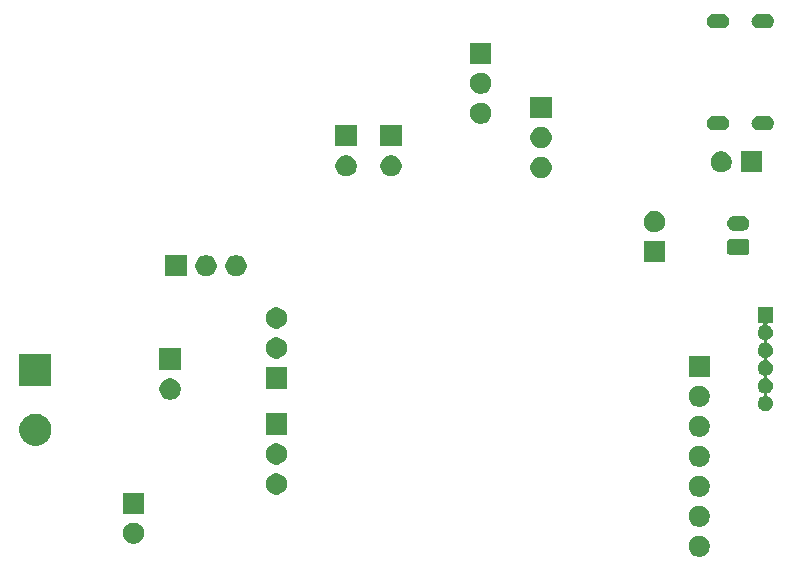
<source format=gbs>
G04 #@! TF.GenerationSoftware,KiCad,Pcbnew,(5.1.5-0)*
G04 #@! TF.CreationDate,2022-02-20T15:53:08-07:00*
G04 #@! TF.ProjectId,cs5530,63733535-3330-42e6-9b69-6361645f7063,rev?*
G04 #@! TF.SameCoordinates,Original*
G04 #@! TF.FileFunction,Soldermask,Bot*
G04 #@! TF.FilePolarity,Negative*
%FSLAX46Y46*%
G04 Gerber Fmt 4.6, Leading zero omitted, Abs format (unit mm)*
G04 Created by KiCad (PCBNEW (5.1.5-0)) date 2022-02-20 15:53:08*
%MOMM*%
%LPD*%
G04 APERTURE LIST*
%ADD10C,0.100000*%
G04 APERTURE END LIST*
D10*
G36*
X172013512Y-96243927D02*
G01*
X172162812Y-96273624D01*
X172326784Y-96341544D01*
X172474354Y-96440147D01*
X172599853Y-96565646D01*
X172698456Y-96713216D01*
X172766376Y-96877188D01*
X172801000Y-97051259D01*
X172801000Y-97228741D01*
X172766376Y-97402812D01*
X172698456Y-97566784D01*
X172599853Y-97714354D01*
X172474354Y-97839853D01*
X172326784Y-97938456D01*
X172162812Y-98006376D01*
X172013512Y-98036073D01*
X171988742Y-98041000D01*
X171811258Y-98041000D01*
X171786488Y-98036073D01*
X171637188Y-98006376D01*
X171473216Y-97938456D01*
X171325646Y-97839853D01*
X171200147Y-97714354D01*
X171101544Y-97566784D01*
X171033624Y-97402812D01*
X170999000Y-97228741D01*
X170999000Y-97051259D01*
X171033624Y-96877188D01*
X171101544Y-96713216D01*
X171200147Y-96565646D01*
X171325646Y-96440147D01*
X171473216Y-96341544D01*
X171637188Y-96273624D01*
X171786488Y-96243927D01*
X171811258Y-96239000D01*
X171988742Y-96239000D01*
X172013512Y-96243927D01*
G37*
G36*
X124113512Y-95143927D02*
G01*
X124262812Y-95173624D01*
X124426784Y-95241544D01*
X124574354Y-95340147D01*
X124699853Y-95465646D01*
X124798456Y-95613216D01*
X124866376Y-95777188D01*
X124901000Y-95951259D01*
X124901000Y-96128741D01*
X124866376Y-96302812D01*
X124798456Y-96466784D01*
X124699853Y-96614354D01*
X124574354Y-96739853D01*
X124426784Y-96838456D01*
X124262812Y-96906376D01*
X124113512Y-96936073D01*
X124088742Y-96941000D01*
X123911258Y-96941000D01*
X123886488Y-96936073D01*
X123737188Y-96906376D01*
X123573216Y-96838456D01*
X123425646Y-96739853D01*
X123300147Y-96614354D01*
X123201544Y-96466784D01*
X123133624Y-96302812D01*
X123099000Y-96128741D01*
X123099000Y-95951259D01*
X123133624Y-95777188D01*
X123201544Y-95613216D01*
X123300147Y-95465646D01*
X123425646Y-95340147D01*
X123573216Y-95241544D01*
X123737188Y-95173624D01*
X123886488Y-95143927D01*
X123911258Y-95139000D01*
X124088742Y-95139000D01*
X124113512Y-95143927D01*
G37*
G36*
X172013512Y-93703927D02*
G01*
X172162812Y-93733624D01*
X172326784Y-93801544D01*
X172474354Y-93900147D01*
X172599853Y-94025646D01*
X172698456Y-94173216D01*
X172766376Y-94337188D01*
X172801000Y-94511259D01*
X172801000Y-94688741D01*
X172766376Y-94862812D01*
X172698456Y-95026784D01*
X172599853Y-95174354D01*
X172474354Y-95299853D01*
X172326784Y-95398456D01*
X172162812Y-95466376D01*
X172013512Y-95496073D01*
X171988742Y-95501000D01*
X171811258Y-95501000D01*
X171786488Y-95496073D01*
X171637188Y-95466376D01*
X171473216Y-95398456D01*
X171325646Y-95299853D01*
X171200147Y-95174354D01*
X171101544Y-95026784D01*
X171033624Y-94862812D01*
X170999000Y-94688741D01*
X170999000Y-94511259D01*
X171033624Y-94337188D01*
X171101544Y-94173216D01*
X171200147Y-94025646D01*
X171325646Y-93900147D01*
X171473216Y-93801544D01*
X171637188Y-93733624D01*
X171786488Y-93703927D01*
X171811258Y-93699000D01*
X171988742Y-93699000D01*
X172013512Y-93703927D01*
G37*
G36*
X124901000Y-94401000D02*
G01*
X123099000Y-94401000D01*
X123099000Y-92599000D01*
X124901000Y-92599000D01*
X124901000Y-94401000D01*
G37*
G36*
X172013512Y-91163927D02*
G01*
X172162812Y-91193624D01*
X172326784Y-91261544D01*
X172474354Y-91360147D01*
X172599853Y-91485646D01*
X172698456Y-91633216D01*
X172766376Y-91797188D01*
X172796073Y-91946488D01*
X172800500Y-91968742D01*
X172801000Y-91971259D01*
X172801000Y-92148741D01*
X172766376Y-92322812D01*
X172698456Y-92486784D01*
X172599853Y-92634354D01*
X172474354Y-92759853D01*
X172326784Y-92858456D01*
X172162812Y-92926376D01*
X172013512Y-92956073D01*
X171988742Y-92961000D01*
X171811258Y-92961000D01*
X171786488Y-92956073D01*
X171637188Y-92926376D01*
X171473216Y-92858456D01*
X171325646Y-92759853D01*
X171200147Y-92634354D01*
X171101544Y-92486784D01*
X171033624Y-92322812D01*
X170999000Y-92148741D01*
X170999000Y-91971259D01*
X170999501Y-91968742D01*
X171003927Y-91946488D01*
X171033624Y-91797188D01*
X171101544Y-91633216D01*
X171200147Y-91485646D01*
X171325646Y-91360147D01*
X171473216Y-91261544D01*
X171637188Y-91193624D01*
X171786488Y-91163927D01*
X171811258Y-91159000D01*
X171988742Y-91159000D01*
X172013512Y-91163927D01*
G37*
G36*
X136213512Y-90983927D02*
G01*
X136362812Y-91013624D01*
X136526784Y-91081544D01*
X136674354Y-91180147D01*
X136799853Y-91305646D01*
X136898456Y-91453216D01*
X136966376Y-91617188D01*
X136996073Y-91766488D01*
X137001000Y-91791258D01*
X137001000Y-91968742D01*
X137000499Y-91971259D01*
X136966376Y-92142812D01*
X136898456Y-92306784D01*
X136799853Y-92454354D01*
X136674354Y-92579853D01*
X136526784Y-92678456D01*
X136362812Y-92746376D01*
X136213512Y-92776073D01*
X136188742Y-92781000D01*
X136011258Y-92781000D01*
X135986488Y-92776073D01*
X135837188Y-92746376D01*
X135673216Y-92678456D01*
X135525646Y-92579853D01*
X135400147Y-92454354D01*
X135301544Y-92306784D01*
X135233624Y-92142812D01*
X135199501Y-91971259D01*
X135199000Y-91968742D01*
X135199000Y-91791258D01*
X135203927Y-91766488D01*
X135233624Y-91617188D01*
X135301544Y-91453216D01*
X135400147Y-91305646D01*
X135525646Y-91180147D01*
X135673216Y-91081544D01*
X135837188Y-91013624D01*
X135986488Y-90983927D01*
X136011258Y-90979000D01*
X136188742Y-90979000D01*
X136213512Y-90983927D01*
G37*
G36*
X172013512Y-88623927D02*
G01*
X172162812Y-88653624D01*
X172326784Y-88721544D01*
X172474354Y-88820147D01*
X172599853Y-88945646D01*
X172698456Y-89093216D01*
X172766376Y-89257188D01*
X172796073Y-89406488D01*
X172800500Y-89428742D01*
X172801000Y-89431259D01*
X172801000Y-89608741D01*
X172766376Y-89782812D01*
X172698456Y-89946784D01*
X172599853Y-90094354D01*
X172474354Y-90219853D01*
X172326784Y-90318456D01*
X172162812Y-90386376D01*
X172013512Y-90416073D01*
X171988742Y-90421000D01*
X171811258Y-90421000D01*
X171786488Y-90416073D01*
X171637188Y-90386376D01*
X171473216Y-90318456D01*
X171325646Y-90219853D01*
X171200147Y-90094354D01*
X171101544Y-89946784D01*
X171033624Y-89782812D01*
X170999000Y-89608741D01*
X170999000Y-89431259D01*
X170999501Y-89428742D01*
X171003927Y-89406488D01*
X171033624Y-89257188D01*
X171101544Y-89093216D01*
X171200147Y-88945646D01*
X171325646Y-88820147D01*
X171473216Y-88721544D01*
X171637188Y-88653624D01*
X171786488Y-88623927D01*
X171811258Y-88619000D01*
X171988742Y-88619000D01*
X172013512Y-88623927D01*
G37*
G36*
X136213512Y-88443927D02*
G01*
X136362812Y-88473624D01*
X136526784Y-88541544D01*
X136674354Y-88640147D01*
X136799853Y-88765646D01*
X136898456Y-88913216D01*
X136966376Y-89077188D01*
X136996073Y-89226488D01*
X137001000Y-89251258D01*
X137001000Y-89428742D01*
X137000499Y-89431259D01*
X136966376Y-89602812D01*
X136898456Y-89766784D01*
X136799853Y-89914354D01*
X136674354Y-90039853D01*
X136526784Y-90138456D01*
X136362812Y-90206376D01*
X136213512Y-90236073D01*
X136188742Y-90241000D01*
X136011258Y-90241000D01*
X135986488Y-90236073D01*
X135837188Y-90206376D01*
X135673216Y-90138456D01*
X135525646Y-90039853D01*
X135400147Y-89914354D01*
X135301544Y-89766784D01*
X135233624Y-89602812D01*
X135199501Y-89431259D01*
X135199000Y-89428742D01*
X135199000Y-89251258D01*
X135203927Y-89226488D01*
X135233624Y-89077188D01*
X135301544Y-88913216D01*
X135400147Y-88765646D01*
X135525646Y-88640147D01*
X135673216Y-88541544D01*
X135837188Y-88473624D01*
X135986488Y-88443927D01*
X136011258Y-88439000D01*
X136188742Y-88439000D01*
X136213512Y-88443927D01*
G37*
G36*
X116094072Y-85980918D02*
G01*
X116339939Y-86082759D01*
X116561212Y-86230610D01*
X116749390Y-86418788D01*
X116897241Y-86640061D01*
X116999082Y-86885928D01*
X117051000Y-87146938D01*
X117051000Y-87413062D01*
X116999082Y-87674072D01*
X116897241Y-87919939D01*
X116749390Y-88141212D01*
X116561212Y-88329390D01*
X116339939Y-88477241D01*
X116339938Y-88477242D01*
X116339937Y-88477242D01*
X116094072Y-88579082D01*
X115833063Y-88631000D01*
X115566937Y-88631000D01*
X115305928Y-88579082D01*
X115060063Y-88477242D01*
X115060062Y-88477242D01*
X115060061Y-88477241D01*
X114838788Y-88329390D01*
X114650610Y-88141212D01*
X114502759Y-87919939D01*
X114400918Y-87674072D01*
X114349000Y-87413062D01*
X114349000Y-87146938D01*
X114400918Y-86885928D01*
X114502759Y-86640061D01*
X114650610Y-86418788D01*
X114838788Y-86230610D01*
X115060061Y-86082759D01*
X115305928Y-85980918D01*
X115566937Y-85929000D01*
X115833063Y-85929000D01*
X116094072Y-85980918D01*
G37*
G36*
X172007634Y-86082758D02*
G01*
X172162812Y-86113624D01*
X172326784Y-86181544D01*
X172474354Y-86280147D01*
X172599853Y-86405646D01*
X172698456Y-86553216D01*
X172766376Y-86717188D01*
X172801000Y-86891259D01*
X172801000Y-87068741D01*
X172766376Y-87242812D01*
X172698456Y-87406784D01*
X172599853Y-87554354D01*
X172474354Y-87679853D01*
X172326784Y-87778456D01*
X172162812Y-87846376D01*
X172013512Y-87876073D01*
X171988742Y-87881000D01*
X171811258Y-87881000D01*
X171786488Y-87876073D01*
X171637188Y-87846376D01*
X171473216Y-87778456D01*
X171325646Y-87679853D01*
X171200147Y-87554354D01*
X171101544Y-87406784D01*
X171033624Y-87242812D01*
X170999000Y-87068741D01*
X170999000Y-86891259D01*
X171033624Y-86717188D01*
X171101544Y-86553216D01*
X171200147Y-86405646D01*
X171325646Y-86280147D01*
X171473216Y-86181544D01*
X171637188Y-86113624D01*
X171792366Y-86082758D01*
X171811258Y-86079000D01*
X171988742Y-86079000D01*
X172007634Y-86082758D01*
G37*
G36*
X137001000Y-87701000D02*
G01*
X135199000Y-87701000D01*
X135199000Y-85899000D01*
X137001000Y-85899000D01*
X137001000Y-87701000D01*
G37*
G36*
X178155000Y-78205000D02*
G01*
X177799999Y-78205000D01*
X177775613Y-78207402D01*
X177752164Y-78214515D01*
X177730553Y-78226066D01*
X177711611Y-78241611D01*
X177696066Y-78260553D01*
X177684515Y-78282164D01*
X177677402Y-78305613D01*
X177675000Y-78329999D01*
X177677402Y-78354385D01*
X177684515Y-78377834D01*
X177696066Y-78399445D01*
X177711611Y-78418387D01*
X177730553Y-78433932D01*
X177752164Y-78445483D01*
X177810257Y-78469546D01*
X177810259Y-78469547D01*
X177917538Y-78541228D01*
X178008772Y-78632462D01*
X178080453Y-78739741D01*
X178080454Y-78739743D01*
X178129829Y-78858945D01*
X178155000Y-78985487D01*
X178155000Y-79114513D01*
X178129829Y-79241055D01*
X178080454Y-79360257D01*
X178080453Y-79360259D01*
X178008772Y-79467538D01*
X177917538Y-79558772D01*
X177810259Y-79630453D01*
X177810258Y-79630454D01*
X177810257Y-79630454D01*
X177679740Y-79684516D01*
X177658129Y-79696067D01*
X177639187Y-79711612D01*
X177623642Y-79730554D01*
X177612091Y-79752165D01*
X177604978Y-79775614D01*
X177602576Y-79800000D01*
X177604978Y-79824386D01*
X177612091Y-79847835D01*
X177623642Y-79869446D01*
X177639187Y-79888388D01*
X177658129Y-79903933D01*
X177679740Y-79915484D01*
X177810257Y-79969546D01*
X177810259Y-79969547D01*
X177917538Y-80041228D01*
X178008772Y-80132462D01*
X178080453Y-80239741D01*
X178080454Y-80239743D01*
X178129829Y-80358945D01*
X178155000Y-80485487D01*
X178155000Y-80614513D01*
X178129829Y-80741055D01*
X178110888Y-80786782D01*
X178080453Y-80860259D01*
X178008772Y-80967538D01*
X177917538Y-81058772D01*
X177810259Y-81130453D01*
X177810258Y-81130454D01*
X177810257Y-81130454D01*
X177679740Y-81184516D01*
X177658129Y-81196067D01*
X177639187Y-81211612D01*
X177623642Y-81230554D01*
X177612091Y-81252165D01*
X177604978Y-81275614D01*
X177602576Y-81300000D01*
X177604978Y-81324386D01*
X177612091Y-81347835D01*
X177623642Y-81369446D01*
X177639187Y-81388388D01*
X177658129Y-81403933D01*
X177679740Y-81415484D01*
X177810257Y-81469546D01*
X177810259Y-81469547D01*
X177917538Y-81541228D01*
X178008772Y-81632462D01*
X178080453Y-81739741D01*
X178080454Y-81739743D01*
X178129829Y-81858945D01*
X178155000Y-81985487D01*
X178155000Y-82114513D01*
X178129829Y-82241055D01*
X178080454Y-82360257D01*
X178080453Y-82360259D01*
X178008772Y-82467538D01*
X177917538Y-82558772D01*
X177810259Y-82630453D01*
X177810258Y-82630454D01*
X177810257Y-82630454D01*
X177679740Y-82684516D01*
X177658129Y-82696067D01*
X177639187Y-82711612D01*
X177623642Y-82730554D01*
X177612091Y-82752165D01*
X177604978Y-82775614D01*
X177602576Y-82800000D01*
X177604978Y-82824386D01*
X177612091Y-82847835D01*
X177623642Y-82869446D01*
X177639187Y-82888388D01*
X177658129Y-82903933D01*
X177679740Y-82915484D01*
X177810257Y-82969546D01*
X177810259Y-82969547D01*
X177917538Y-83041228D01*
X178008772Y-83132462D01*
X178080453Y-83239741D01*
X178080454Y-83239743D01*
X178129829Y-83358945D01*
X178155000Y-83485487D01*
X178155000Y-83614513D01*
X178129829Y-83741055D01*
X178125602Y-83751259D01*
X178080453Y-83860259D01*
X178008772Y-83967538D01*
X177917538Y-84058772D01*
X177810259Y-84130453D01*
X177810258Y-84130454D01*
X177810257Y-84130454D01*
X177679740Y-84184516D01*
X177658129Y-84196067D01*
X177639187Y-84211612D01*
X177623642Y-84230554D01*
X177612091Y-84252165D01*
X177604978Y-84275614D01*
X177602576Y-84300000D01*
X177604978Y-84324386D01*
X177612091Y-84347835D01*
X177623642Y-84369446D01*
X177639187Y-84388388D01*
X177658129Y-84403933D01*
X177679740Y-84415484D01*
X177810257Y-84469546D01*
X177810259Y-84469547D01*
X177917538Y-84541228D01*
X178008772Y-84632462D01*
X178058159Y-84706376D01*
X178080454Y-84739743D01*
X178129829Y-84858945D01*
X178155000Y-84985487D01*
X178155000Y-85114513D01*
X178129829Y-85241055D01*
X178102772Y-85306376D01*
X178080453Y-85360259D01*
X178008772Y-85467538D01*
X177917538Y-85558772D01*
X177810259Y-85630453D01*
X177810258Y-85630454D01*
X177810257Y-85630454D01*
X177691055Y-85679829D01*
X177564513Y-85705000D01*
X177435487Y-85705000D01*
X177308945Y-85679829D01*
X177189743Y-85630454D01*
X177189742Y-85630454D01*
X177189741Y-85630453D01*
X177082462Y-85558772D01*
X176991228Y-85467538D01*
X176919547Y-85360259D01*
X176897228Y-85306376D01*
X176870171Y-85241055D01*
X176845000Y-85114513D01*
X176845000Y-84985487D01*
X176870171Y-84858945D01*
X176919546Y-84739743D01*
X176941841Y-84706376D01*
X176991228Y-84632462D01*
X177082462Y-84541228D01*
X177189741Y-84469547D01*
X177189743Y-84469546D01*
X177320260Y-84415484D01*
X177341871Y-84403933D01*
X177360813Y-84388388D01*
X177376358Y-84369446D01*
X177387909Y-84347835D01*
X177395022Y-84324386D01*
X177397424Y-84300000D01*
X177395022Y-84275614D01*
X177387909Y-84252165D01*
X177376358Y-84230554D01*
X177360813Y-84211612D01*
X177341871Y-84196067D01*
X177320260Y-84184516D01*
X177189743Y-84130454D01*
X177189742Y-84130454D01*
X177189741Y-84130453D01*
X177082462Y-84058772D01*
X176991228Y-83967538D01*
X176919547Y-83860259D01*
X176874398Y-83751259D01*
X176870171Y-83741055D01*
X176845000Y-83614513D01*
X176845000Y-83485487D01*
X176870171Y-83358945D01*
X176919546Y-83239743D01*
X176919547Y-83239741D01*
X176991228Y-83132462D01*
X177082462Y-83041228D01*
X177189741Y-82969547D01*
X177189743Y-82969546D01*
X177320260Y-82915484D01*
X177341871Y-82903933D01*
X177360813Y-82888388D01*
X177376358Y-82869446D01*
X177387909Y-82847835D01*
X177395022Y-82824386D01*
X177397424Y-82800000D01*
X177395022Y-82775614D01*
X177387909Y-82752165D01*
X177376358Y-82730554D01*
X177360813Y-82711612D01*
X177341871Y-82696067D01*
X177320260Y-82684516D01*
X177189743Y-82630454D01*
X177189742Y-82630454D01*
X177189741Y-82630453D01*
X177082462Y-82558772D01*
X176991228Y-82467538D01*
X176919547Y-82360259D01*
X176919546Y-82360257D01*
X176870171Y-82241055D01*
X176845000Y-82114513D01*
X176845000Y-81985487D01*
X176870171Y-81858945D01*
X176919546Y-81739743D01*
X176919547Y-81739741D01*
X176991228Y-81632462D01*
X177082462Y-81541228D01*
X177189741Y-81469547D01*
X177189743Y-81469546D01*
X177320260Y-81415484D01*
X177341871Y-81403933D01*
X177360813Y-81388388D01*
X177376358Y-81369446D01*
X177387909Y-81347835D01*
X177395022Y-81324386D01*
X177397424Y-81300000D01*
X177395022Y-81275614D01*
X177387909Y-81252165D01*
X177376358Y-81230554D01*
X177360813Y-81211612D01*
X177341871Y-81196067D01*
X177320260Y-81184516D01*
X177189743Y-81130454D01*
X177189742Y-81130454D01*
X177189741Y-81130453D01*
X177082462Y-81058772D01*
X176991228Y-80967538D01*
X176919547Y-80860259D01*
X176889112Y-80786782D01*
X176870171Y-80741055D01*
X176845000Y-80614513D01*
X176845000Y-80485487D01*
X176870171Y-80358945D01*
X176919546Y-80239743D01*
X176919547Y-80239741D01*
X176991228Y-80132462D01*
X177082462Y-80041228D01*
X177189741Y-79969547D01*
X177189743Y-79969546D01*
X177320260Y-79915484D01*
X177341871Y-79903933D01*
X177360813Y-79888388D01*
X177376358Y-79869446D01*
X177387909Y-79847835D01*
X177395022Y-79824386D01*
X177397424Y-79800000D01*
X177395022Y-79775614D01*
X177387909Y-79752165D01*
X177376358Y-79730554D01*
X177360813Y-79711612D01*
X177341871Y-79696067D01*
X177320260Y-79684516D01*
X177189743Y-79630454D01*
X177189742Y-79630454D01*
X177189741Y-79630453D01*
X177082462Y-79558772D01*
X176991228Y-79467538D01*
X176919547Y-79360259D01*
X176919546Y-79360257D01*
X176870171Y-79241055D01*
X176845000Y-79114513D01*
X176845000Y-78985487D01*
X176870171Y-78858945D01*
X176919546Y-78739743D01*
X176919547Y-78739741D01*
X176991228Y-78632462D01*
X177082462Y-78541228D01*
X177189741Y-78469547D01*
X177189743Y-78469546D01*
X177247836Y-78445483D01*
X177269447Y-78433932D01*
X177288389Y-78418387D01*
X177303934Y-78399445D01*
X177315485Y-78377834D01*
X177322598Y-78354385D01*
X177325000Y-78329999D01*
X177322598Y-78305613D01*
X177315485Y-78282164D01*
X177303934Y-78260553D01*
X177288389Y-78241611D01*
X177269447Y-78226066D01*
X177247836Y-78214515D01*
X177224387Y-78207402D01*
X177200001Y-78205000D01*
X176845000Y-78205000D01*
X176845000Y-76895000D01*
X178155000Y-76895000D01*
X178155000Y-78205000D01*
G37*
G36*
X172013512Y-83543927D02*
G01*
X172162812Y-83573624D01*
X172326784Y-83641544D01*
X172474354Y-83740147D01*
X172599853Y-83865646D01*
X172698456Y-84013216D01*
X172766376Y-84177188D01*
X172801000Y-84351259D01*
X172801000Y-84528741D01*
X172766376Y-84702812D01*
X172698456Y-84866784D01*
X172599853Y-85014354D01*
X172474354Y-85139853D01*
X172326784Y-85238456D01*
X172162812Y-85306376D01*
X172013512Y-85336073D01*
X171988742Y-85341000D01*
X171811258Y-85341000D01*
X171786488Y-85336073D01*
X171637188Y-85306376D01*
X171473216Y-85238456D01*
X171325646Y-85139853D01*
X171200147Y-85014354D01*
X171101544Y-84866784D01*
X171033624Y-84702812D01*
X170999000Y-84528741D01*
X170999000Y-84351259D01*
X171033624Y-84177188D01*
X171101544Y-84013216D01*
X171200147Y-83865646D01*
X171325646Y-83740147D01*
X171473216Y-83641544D01*
X171637188Y-83573624D01*
X171786488Y-83543927D01*
X171811258Y-83539000D01*
X171988742Y-83539000D01*
X172013512Y-83543927D01*
G37*
G36*
X127213512Y-82943927D02*
G01*
X127362812Y-82973624D01*
X127526784Y-83041544D01*
X127674354Y-83140147D01*
X127799853Y-83265646D01*
X127898456Y-83413216D01*
X127966376Y-83577188D01*
X128001000Y-83751259D01*
X128001000Y-83928741D01*
X127966376Y-84102812D01*
X127898456Y-84266784D01*
X127799853Y-84414354D01*
X127674354Y-84539853D01*
X127526784Y-84638456D01*
X127362812Y-84706376D01*
X127213512Y-84736073D01*
X127188742Y-84741000D01*
X127011258Y-84741000D01*
X126986488Y-84736073D01*
X126837188Y-84706376D01*
X126673216Y-84638456D01*
X126525646Y-84539853D01*
X126400147Y-84414354D01*
X126301544Y-84266784D01*
X126233624Y-84102812D01*
X126199000Y-83928741D01*
X126199000Y-83751259D01*
X126233624Y-83577188D01*
X126301544Y-83413216D01*
X126400147Y-83265646D01*
X126525646Y-83140147D01*
X126673216Y-83041544D01*
X126837188Y-82973624D01*
X126986488Y-82943927D01*
X127011258Y-82939000D01*
X127188742Y-82939000D01*
X127213512Y-82943927D01*
G37*
G36*
X137001000Y-83801000D02*
G01*
X135199000Y-83801000D01*
X135199000Y-81999000D01*
X137001000Y-81999000D01*
X137001000Y-83801000D01*
G37*
G36*
X117051000Y-83551000D02*
G01*
X114349000Y-83551000D01*
X114349000Y-80849000D01*
X117051000Y-80849000D01*
X117051000Y-83551000D01*
G37*
G36*
X172801000Y-82801000D02*
G01*
X170999000Y-82801000D01*
X170999000Y-80999000D01*
X172801000Y-80999000D01*
X172801000Y-82801000D01*
G37*
G36*
X128001000Y-82201000D02*
G01*
X126199000Y-82201000D01*
X126199000Y-80399000D01*
X128001000Y-80399000D01*
X128001000Y-82201000D01*
G37*
G36*
X136213512Y-79463927D02*
G01*
X136362812Y-79493624D01*
X136526784Y-79561544D01*
X136674354Y-79660147D01*
X136799853Y-79785646D01*
X136898456Y-79933216D01*
X136966376Y-80097188D01*
X137001000Y-80271259D01*
X137001000Y-80448741D01*
X136966376Y-80622812D01*
X136898456Y-80786784D01*
X136799853Y-80934354D01*
X136674354Y-81059853D01*
X136526784Y-81158456D01*
X136362812Y-81226376D01*
X136213512Y-81256073D01*
X136188742Y-81261000D01*
X136011258Y-81261000D01*
X135986488Y-81256073D01*
X135837188Y-81226376D01*
X135673216Y-81158456D01*
X135525646Y-81059853D01*
X135400147Y-80934354D01*
X135301544Y-80786784D01*
X135233624Y-80622812D01*
X135199000Y-80448741D01*
X135199000Y-80271259D01*
X135233624Y-80097188D01*
X135301544Y-79933216D01*
X135400147Y-79785646D01*
X135525646Y-79660147D01*
X135673216Y-79561544D01*
X135837188Y-79493624D01*
X135986488Y-79463927D01*
X136011258Y-79459000D01*
X136188742Y-79459000D01*
X136213512Y-79463927D01*
G37*
G36*
X136213512Y-76923927D02*
G01*
X136362812Y-76953624D01*
X136526784Y-77021544D01*
X136674354Y-77120147D01*
X136799853Y-77245646D01*
X136898456Y-77393216D01*
X136966376Y-77557188D01*
X137001000Y-77731259D01*
X137001000Y-77908741D01*
X136966376Y-78082812D01*
X136898456Y-78246784D01*
X136799853Y-78394354D01*
X136674354Y-78519853D01*
X136526784Y-78618456D01*
X136362812Y-78686376D01*
X136213512Y-78716073D01*
X136188742Y-78721000D01*
X136011258Y-78721000D01*
X135986488Y-78716073D01*
X135837188Y-78686376D01*
X135673216Y-78618456D01*
X135525646Y-78519853D01*
X135400147Y-78394354D01*
X135301544Y-78246784D01*
X135233624Y-78082812D01*
X135199000Y-77908741D01*
X135199000Y-77731259D01*
X135233624Y-77557188D01*
X135301544Y-77393216D01*
X135400147Y-77245646D01*
X135525646Y-77120147D01*
X135673216Y-77021544D01*
X135837188Y-76953624D01*
X135986488Y-76923927D01*
X136011258Y-76919000D01*
X136188742Y-76919000D01*
X136213512Y-76923927D01*
G37*
G36*
X132793512Y-72503927D02*
G01*
X132942812Y-72533624D01*
X133106784Y-72601544D01*
X133254354Y-72700147D01*
X133379853Y-72825646D01*
X133478456Y-72973216D01*
X133546376Y-73137188D01*
X133581000Y-73311259D01*
X133581000Y-73488741D01*
X133546376Y-73662812D01*
X133478456Y-73826784D01*
X133379853Y-73974354D01*
X133254354Y-74099853D01*
X133106784Y-74198456D01*
X132942812Y-74266376D01*
X132793512Y-74296073D01*
X132768742Y-74301000D01*
X132591258Y-74301000D01*
X132566488Y-74296073D01*
X132417188Y-74266376D01*
X132253216Y-74198456D01*
X132105646Y-74099853D01*
X131980147Y-73974354D01*
X131881544Y-73826784D01*
X131813624Y-73662812D01*
X131779000Y-73488741D01*
X131779000Y-73311259D01*
X131813624Y-73137188D01*
X131881544Y-72973216D01*
X131980147Y-72825646D01*
X132105646Y-72700147D01*
X132253216Y-72601544D01*
X132417188Y-72533624D01*
X132566488Y-72503927D01*
X132591258Y-72499000D01*
X132768742Y-72499000D01*
X132793512Y-72503927D01*
G37*
G36*
X130253512Y-72503927D02*
G01*
X130402812Y-72533624D01*
X130566784Y-72601544D01*
X130714354Y-72700147D01*
X130839853Y-72825646D01*
X130938456Y-72973216D01*
X131006376Y-73137188D01*
X131041000Y-73311259D01*
X131041000Y-73488741D01*
X131006376Y-73662812D01*
X130938456Y-73826784D01*
X130839853Y-73974354D01*
X130714354Y-74099853D01*
X130566784Y-74198456D01*
X130402812Y-74266376D01*
X130253512Y-74296073D01*
X130228742Y-74301000D01*
X130051258Y-74301000D01*
X130026488Y-74296073D01*
X129877188Y-74266376D01*
X129713216Y-74198456D01*
X129565646Y-74099853D01*
X129440147Y-73974354D01*
X129341544Y-73826784D01*
X129273624Y-73662812D01*
X129239000Y-73488741D01*
X129239000Y-73311259D01*
X129273624Y-73137188D01*
X129341544Y-72973216D01*
X129440147Y-72825646D01*
X129565646Y-72700147D01*
X129713216Y-72601544D01*
X129877188Y-72533624D01*
X130026488Y-72503927D01*
X130051258Y-72499000D01*
X130228742Y-72499000D01*
X130253512Y-72503927D01*
G37*
G36*
X128501000Y-74301000D02*
G01*
X126699000Y-74301000D01*
X126699000Y-72499000D01*
X128501000Y-72499000D01*
X128501000Y-74301000D01*
G37*
G36*
X169001000Y-73101000D02*
G01*
X167199000Y-73101000D01*
X167199000Y-71299000D01*
X169001000Y-71299000D01*
X169001000Y-73101000D01*
G37*
G36*
X175966242Y-71153404D02*
G01*
X176003337Y-71164657D01*
X176037515Y-71182925D01*
X176067481Y-71207519D01*
X176092075Y-71237485D01*
X176110343Y-71271663D01*
X176121596Y-71308758D01*
X176126000Y-71353474D01*
X176126000Y-72246526D01*
X176121596Y-72291242D01*
X176110343Y-72328337D01*
X176092075Y-72362515D01*
X176067481Y-72392481D01*
X176037515Y-72417075D01*
X176003337Y-72435343D01*
X175966242Y-72446596D01*
X175921526Y-72451000D01*
X174478474Y-72451000D01*
X174433758Y-72446596D01*
X174396663Y-72435343D01*
X174362485Y-72417075D01*
X174332519Y-72392481D01*
X174307925Y-72362515D01*
X174289657Y-72328337D01*
X174278404Y-72291242D01*
X174274000Y-72246526D01*
X174274000Y-71353474D01*
X174278404Y-71308758D01*
X174289657Y-71271663D01*
X174307925Y-71237485D01*
X174332519Y-71207519D01*
X174362485Y-71182925D01*
X174396663Y-71164657D01*
X174433758Y-71153404D01*
X174478474Y-71149000D01*
X175921526Y-71149000D01*
X175966242Y-71153404D01*
G37*
G36*
X168213512Y-68763927D02*
G01*
X168362812Y-68793624D01*
X168526784Y-68861544D01*
X168674354Y-68960147D01*
X168799853Y-69085646D01*
X168898456Y-69233216D01*
X168966376Y-69397188D01*
X169001000Y-69571259D01*
X169001000Y-69748741D01*
X168966376Y-69922812D01*
X168898456Y-70086784D01*
X168799853Y-70234354D01*
X168674354Y-70359853D01*
X168526784Y-70458456D01*
X168362812Y-70526376D01*
X168213512Y-70556073D01*
X168188742Y-70561000D01*
X168011258Y-70561000D01*
X167986488Y-70556073D01*
X167837188Y-70526376D01*
X167673216Y-70458456D01*
X167525646Y-70359853D01*
X167400147Y-70234354D01*
X167301544Y-70086784D01*
X167233624Y-69922812D01*
X167199000Y-69748741D01*
X167199000Y-69571259D01*
X167233624Y-69397188D01*
X167301544Y-69233216D01*
X167400147Y-69085646D01*
X167525646Y-68960147D01*
X167673216Y-68861544D01*
X167837188Y-68793624D01*
X167986488Y-68763927D01*
X168011258Y-68759000D01*
X168188742Y-68759000D01*
X168213512Y-68763927D01*
G37*
G36*
X175538855Y-69152140D02*
G01*
X175602618Y-69158420D01*
X175693404Y-69185960D01*
X175725336Y-69195646D01*
X175838425Y-69256094D01*
X175937554Y-69337446D01*
X176018906Y-69436575D01*
X176079354Y-69549664D01*
X176079355Y-69549668D01*
X176116580Y-69672382D01*
X176129149Y-69800000D01*
X176116580Y-69927618D01*
X176089040Y-70018404D01*
X176079354Y-70050336D01*
X176018906Y-70163425D01*
X175937554Y-70262554D01*
X175838425Y-70343906D01*
X175725336Y-70404354D01*
X175693404Y-70414040D01*
X175602618Y-70441580D01*
X175538855Y-70447860D01*
X175506974Y-70451000D01*
X174893026Y-70451000D01*
X174861145Y-70447860D01*
X174797382Y-70441580D01*
X174706596Y-70414040D01*
X174674664Y-70404354D01*
X174561575Y-70343906D01*
X174462446Y-70262554D01*
X174381094Y-70163425D01*
X174320646Y-70050336D01*
X174310960Y-70018404D01*
X174283420Y-69927618D01*
X174270851Y-69800000D01*
X174283420Y-69672382D01*
X174320645Y-69549668D01*
X174320646Y-69549664D01*
X174381094Y-69436575D01*
X174462446Y-69337446D01*
X174561575Y-69256094D01*
X174674664Y-69195646D01*
X174706596Y-69185960D01*
X174797382Y-69158420D01*
X174861145Y-69152140D01*
X174893026Y-69149000D01*
X175506974Y-69149000D01*
X175538855Y-69152140D01*
G37*
G36*
X158613512Y-64183927D02*
G01*
X158762812Y-64213624D01*
X158926784Y-64281544D01*
X159074354Y-64380147D01*
X159199853Y-64505646D01*
X159298456Y-64653216D01*
X159366376Y-64817188D01*
X159401000Y-64991259D01*
X159401000Y-65168741D01*
X159366376Y-65342812D01*
X159298456Y-65506784D01*
X159199853Y-65654354D01*
X159074354Y-65779853D01*
X158926784Y-65878456D01*
X158762812Y-65946376D01*
X158613512Y-65976073D01*
X158588742Y-65981000D01*
X158411258Y-65981000D01*
X158386488Y-65976073D01*
X158237188Y-65946376D01*
X158073216Y-65878456D01*
X157925646Y-65779853D01*
X157800147Y-65654354D01*
X157701544Y-65506784D01*
X157633624Y-65342812D01*
X157599000Y-65168741D01*
X157599000Y-64991259D01*
X157633624Y-64817188D01*
X157701544Y-64653216D01*
X157800147Y-64505646D01*
X157925646Y-64380147D01*
X158073216Y-64281544D01*
X158237188Y-64213624D01*
X158386488Y-64183927D01*
X158411258Y-64179000D01*
X158588742Y-64179000D01*
X158613512Y-64183927D01*
G37*
G36*
X145913512Y-64043927D02*
G01*
X146062812Y-64073624D01*
X146226784Y-64141544D01*
X146374354Y-64240147D01*
X146499853Y-64365646D01*
X146598456Y-64513216D01*
X146666376Y-64677188D01*
X146701000Y-64851259D01*
X146701000Y-65028741D01*
X146666376Y-65202812D01*
X146598456Y-65366784D01*
X146499853Y-65514354D01*
X146374354Y-65639853D01*
X146226784Y-65738456D01*
X146062812Y-65806376D01*
X145913512Y-65836073D01*
X145888742Y-65841000D01*
X145711258Y-65841000D01*
X145686488Y-65836073D01*
X145537188Y-65806376D01*
X145373216Y-65738456D01*
X145225646Y-65639853D01*
X145100147Y-65514354D01*
X145001544Y-65366784D01*
X144933624Y-65202812D01*
X144899000Y-65028741D01*
X144899000Y-64851259D01*
X144933624Y-64677188D01*
X145001544Y-64513216D01*
X145100147Y-64365646D01*
X145225646Y-64240147D01*
X145373216Y-64141544D01*
X145537188Y-64073624D01*
X145686488Y-64043927D01*
X145711258Y-64039000D01*
X145888742Y-64039000D01*
X145913512Y-64043927D01*
G37*
G36*
X142113512Y-64043927D02*
G01*
X142262812Y-64073624D01*
X142426784Y-64141544D01*
X142574354Y-64240147D01*
X142699853Y-64365646D01*
X142798456Y-64513216D01*
X142866376Y-64677188D01*
X142901000Y-64851259D01*
X142901000Y-65028741D01*
X142866376Y-65202812D01*
X142798456Y-65366784D01*
X142699853Y-65514354D01*
X142574354Y-65639853D01*
X142426784Y-65738456D01*
X142262812Y-65806376D01*
X142113512Y-65836073D01*
X142088742Y-65841000D01*
X141911258Y-65841000D01*
X141886488Y-65836073D01*
X141737188Y-65806376D01*
X141573216Y-65738456D01*
X141425646Y-65639853D01*
X141300147Y-65514354D01*
X141201544Y-65366784D01*
X141133624Y-65202812D01*
X141099000Y-65028741D01*
X141099000Y-64851259D01*
X141133624Y-64677188D01*
X141201544Y-64513216D01*
X141300147Y-64365646D01*
X141425646Y-64240147D01*
X141573216Y-64141544D01*
X141737188Y-64073624D01*
X141886488Y-64043927D01*
X141911258Y-64039000D01*
X142088742Y-64039000D01*
X142113512Y-64043927D01*
G37*
G36*
X177201000Y-65501000D02*
G01*
X175399000Y-65501000D01*
X175399000Y-63699000D01*
X177201000Y-63699000D01*
X177201000Y-65501000D01*
G37*
G36*
X173873512Y-63703927D02*
G01*
X174022812Y-63733624D01*
X174186784Y-63801544D01*
X174334354Y-63900147D01*
X174459853Y-64025646D01*
X174558456Y-64173216D01*
X174626376Y-64337188D01*
X174661000Y-64511259D01*
X174661000Y-64688741D01*
X174626376Y-64862812D01*
X174558456Y-65026784D01*
X174459853Y-65174354D01*
X174334354Y-65299853D01*
X174186784Y-65398456D01*
X174022812Y-65466376D01*
X173873512Y-65496073D01*
X173848742Y-65501000D01*
X173671258Y-65501000D01*
X173646488Y-65496073D01*
X173497188Y-65466376D01*
X173333216Y-65398456D01*
X173185646Y-65299853D01*
X173060147Y-65174354D01*
X172961544Y-65026784D01*
X172893624Y-64862812D01*
X172859000Y-64688741D01*
X172859000Y-64511259D01*
X172893624Y-64337188D01*
X172961544Y-64173216D01*
X173060147Y-64025646D01*
X173185646Y-63900147D01*
X173333216Y-63801544D01*
X173497188Y-63733624D01*
X173646488Y-63703927D01*
X173671258Y-63699000D01*
X173848742Y-63699000D01*
X173873512Y-63703927D01*
G37*
G36*
X158613512Y-61643927D02*
G01*
X158762812Y-61673624D01*
X158926784Y-61741544D01*
X159074354Y-61840147D01*
X159199853Y-61965646D01*
X159298456Y-62113216D01*
X159366376Y-62277188D01*
X159401000Y-62451259D01*
X159401000Y-62628741D01*
X159366376Y-62802812D01*
X159298456Y-62966784D01*
X159199853Y-63114354D01*
X159074354Y-63239853D01*
X158926784Y-63338456D01*
X158762812Y-63406376D01*
X158613512Y-63436073D01*
X158588742Y-63441000D01*
X158411258Y-63441000D01*
X158386488Y-63436073D01*
X158237188Y-63406376D01*
X158073216Y-63338456D01*
X157925646Y-63239853D01*
X157800147Y-63114354D01*
X157701544Y-62966784D01*
X157633624Y-62802812D01*
X157599000Y-62628741D01*
X157599000Y-62451259D01*
X157633624Y-62277188D01*
X157701544Y-62113216D01*
X157800147Y-61965646D01*
X157925646Y-61840147D01*
X158073216Y-61741544D01*
X158237188Y-61673624D01*
X158386488Y-61643927D01*
X158411258Y-61639000D01*
X158588742Y-61639000D01*
X158613512Y-61643927D01*
G37*
G36*
X146701000Y-63301000D02*
G01*
X144899000Y-63301000D01*
X144899000Y-61499000D01*
X146701000Y-61499000D01*
X146701000Y-63301000D01*
G37*
G36*
X142901000Y-63301000D02*
G01*
X141099000Y-63301000D01*
X141099000Y-61499000D01*
X142901000Y-61499000D01*
X142901000Y-63301000D01*
G37*
G36*
X177742818Y-60727696D02*
G01*
X177856105Y-60762062D01*
X177960512Y-60817869D01*
X178052027Y-60892973D01*
X178127131Y-60984488D01*
X178182938Y-61088895D01*
X178217304Y-61202182D01*
X178228907Y-61320000D01*
X178217304Y-61437818D01*
X178182938Y-61551105D01*
X178127131Y-61655512D01*
X178052027Y-61747027D01*
X177960512Y-61822131D01*
X177856105Y-61877938D01*
X177742818Y-61912304D01*
X177654519Y-61921000D01*
X176895481Y-61921000D01*
X176807182Y-61912304D01*
X176693895Y-61877938D01*
X176589488Y-61822131D01*
X176497973Y-61747027D01*
X176422869Y-61655512D01*
X176367062Y-61551105D01*
X176332696Y-61437818D01*
X176321093Y-61320000D01*
X176332696Y-61202182D01*
X176367062Y-61088895D01*
X176422869Y-60984488D01*
X176497973Y-60892973D01*
X176589488Y-60817869D01*
X176693895Y-60762062D01*
X176807182Y-60727696D01*
X176895481Y-60719000D01*
X177654519Y-60719000D01*
X177742818Y-60727696D01*
G37*
G36*
X173942818Y-60727696D02*
G01*
X174056105Y-60762062D01*
X174160512Y-60817869D01*
X174252027Y-60892973D01*
X174327131Y-60984488D01*
X174382938Y-61088895D01*
X174417304Y-61202182D01*
X174428907Y-61320000D01*
X174417304Y-61437818D01*
X174382938Y-61551105D01*
X174327131Y-61655512D01*
X174252027Y-61747027D01*
X174160512Y-61822131D01*
X174056105Y-61877938D01*
X173942818Y-61912304D01*
X173854519Y-61921000D01*
X173095481Y-61921000D01*
X173007182Y-61912304D01*
X172893895Y-61877938D01*
X172789488Y-61822131D01*
X172697973Y-61747027D01*
X172622869Y-61655512D01*
X172567062Y-61551105D01*
X172532696Y-61437818D01*
X172521093Y-61320000D01*
X172532696Y-61202182D01*
X172567062Y-61088895D01*
X172622869Y-60984488D01*
X172697973Y-60892973D01*
X172789488Y-60817869D01*
X172893895Y-60762062D01*
X173007182Y-60727696D01*
X173095481Y-60719000D01*
X173854519Y-60719000D01*
X173942818Y-60727696D01*
G37*
G36*
X153513512Y-59583927D02*
G01*
X153662812Y-59613624D01*
X153826784Y-59681544D01*
X153974354Y-59780147D01*
X154099853Y-59905646D01*
X154198456Y-60053216D01*
X154266376Y-60217188D01*
X154301000Y-60391259D01*
X154301000Y-60568741D01*
X154266376Y-60742812D01*
X154198456Y-60906784D01*
X154099853Y-61054354D01*
X153974354Y-61179853D01*
X153826784Y-61278456D01*
X153662812Y-61346376D01*
X153513512Y-61376073D01*
X153488742Y-61381000D01*
X153311258Y-61381000D01*
X153286488Y-61376073D01*
X153137188Y-61346376D01*
X152973216Y-61278456D01*
X152825646Y-61179853D01*
X152700147Y-61054354D01*
X152601544Y-60906784D01*
X152533624Y-60742812D01*
X152499000Y-60568741D01*
X152499000Y-60391259D01*
X152533624Y-60217188D01*
X152601544Y-60053216D01*
X152700147Y-59905646D01*
X152825646Y-59780147D01*
X152973216Y-59681544D01*
X153137188Y-59613624D01*
X153286488Y-59583927D01*
X153311258Y-59579000D01*
X153488742Y-59579000D01*
X153513512Y-59583927D01*
G37*
G36*
X159401000Y-60901000D02*
G01*
X157599000Y-60901000D01*
X157599000Y-59099000D01*
X159401000Y-59099000D01*
X159401000Y-60901000D01*
G37*
G36*
X153513512Y-57043927D02*
G01*
X153662812Y-57073624D01*
X153826784Y-57141544D01*
X153974354Y-57240147D01*
X154099853Y-57365646D01*
X154198456Y-57513216D01*
X154266376Y-57677188D01*
X154301000Y-57851259D01*
X154301000Y-58028741D01*
X154266376Y-58202812D01*
X154198456Y-58366784D01*
X154099853Y-58514354D01*
X153974354Y-58639853D01*
X153826784Y-58738456D01*
X153662812Y-58806376D01*
X153513512Y-58836073D01*
X153488742Y-58841000D01*
X153311258Y-58841000D01*
X153286488Y-58836073D01*
X153137188Y-58806376D01*
X152973216Y-58738456D01*
X152825646Y-58639853D01*
X152700147Y-58514354D01*
X152601544Y-58366784D01*
X152533624Y-58202812D01*
X152499000Y-58028741D01*
X152499000Y-57851259D01*
X152533624Y-57677188D01*
X152601544Y-57513216D01*
X152700147Y-57365646D01*
X152825646Y-57240147D01*
X152973216Y-57141544D01*
X153137188Y-57073624D01*
X153286488Y-57043927D01*
X153311258Y-57039000D01*
X153488742Y-57039000D01*
X153513512Y-57043927D01*
G37*
G36*
X154301000Y-56301000D02*
G01*
X152499000Y-56301000D01*
X152499000Y-54499000D01*
X154301000Y-54499000D01*
X154301000Y-56301000D01*
G37*
G36*
X177742818Y-52087696D02*
G01*
X177856105Y-52122062D01*
X177960512Y-52177869D01*
X178052027Y-52252973D01*
X178127131Y-52344488D01*
X178182938Y-52448895D01*
X178217304Y-52562182D01*
X178228907Y-52680000D01*
X178217304Y-52797818D01*
X178182938Y-52911105D01*
X178127131Y-53015512D01*
X178052027Y-53107027D01*
X177960512Y-53182131D01*
X177856105Y-53237938D01*
X177742818Y-53272304D01*
X177654519Y-53281000D01*
X176895481Y-53281000D01*
X176807182Y-53272304D01*
X176693895Y-53237938D01*
X176589488Y-53182131D01*
X176497973Y-53107027D01*
X176422869Y-53015512D01*
X176367062Y-52911105D01*
X176332696Y-52797818D01*
X176321093Y-52680000D01*
X176332696Y-52562182D01*
X176367062Y-52448895D01*
X176422869Y-52344488D01*
X176497973Y-52252973D01*
X176589488Y-52177869D01*
X176693895Y-52122062D01*
X176807182Y-52087696D01*
X176895481Y-52079000D01*
X177654519Y-52079000D01*
X177742818Y-52087696D01*
G37*
G36*
X173942818Y-52087696D02*
G01*
X174056105Y-52122062D01*
X174160512Y-52177869D01*
X174252027Y-52252973D01*
X174327131Y-52344488D01*
X174382938Y-52448895D01*
X174417304Y-52562182D01*
X174428907Y-52680000D01*
X174417304Y-52797818D01*
X174382938Y-52911105D01*
X174327131Y-53015512D01*
X174252027Y-53107027D01*
X174160512Y-53182131D01*
X174056105Y-53237938D01*
X173942818Y-53272304D01*
X173854519Y-53281000D01*
X173095481Y-53281000D01*
X173007182Y-53272304D01*
X172893895Y-53237938D01*
X172789488Y-53182131D01*
X172697973Y-53107027D01*
X172622869Y-53015512D01*
X172567062Y-52911105D01*
X172532696Y-52797818D01*
X172521093Y-52680000D01*
X172532696Y-52562182D01*
X172567062Y-52448895D01*
X172622869Y-52344488D01*
X172697973Y-52252973D01*
X172789488Y-52177869D01*
X172893895Y-52122062D01*
X173007182Y-52087696D01*
X173095481Y-52079000D01*
X173854519Y-52079000D01*
X173942818Y-52087696D01*
G37*
M02*

</source>
